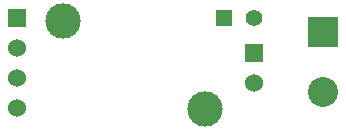
<source format=gbs>
G04 (created by PCBNEW (2013-mar-13)-testing) date Вск 16 Фев 2014 22:18:45*
%MOIN*%
G04 Gerber Fmt 3.4, Leading zero omitted, Abs format*
%FSLAX34Y34*%
G01*
G70*
G90*
G04 APERTURE LIST*
%ADD10C,0.005906*%
%ADD11R,0.060000X0.060000*%
%ADD12C,0.060000*%
%ADD13R,0.055000X0.055000*%
%ADD14C,0.055000*%
%ADD15C,0.118110*%
%ADD16R,0.100000X0.100000*%
%ADD17C,0.100000*%
G04 APERTURE END LIST*
G54D10*
G54D11*
X53750Y-70675D03*
G54D12*
X53750Y-71675D03*
X53750Y-72675D03*
X53750Y-73675D03*
G54D11*
X61625Y-71850D03*
G54D12*
X61625Y-72850D03*
G54D13*
X60650Y-70675D03*
G54D14*
X61650Y-70675D03*
G54D15*
X55275Y-70775D03*
X60000Y-73725D03*
G54D16*
X63950Y-71150D03*
G54D17*
X63950Y-73150D03*
M02*

</source>
